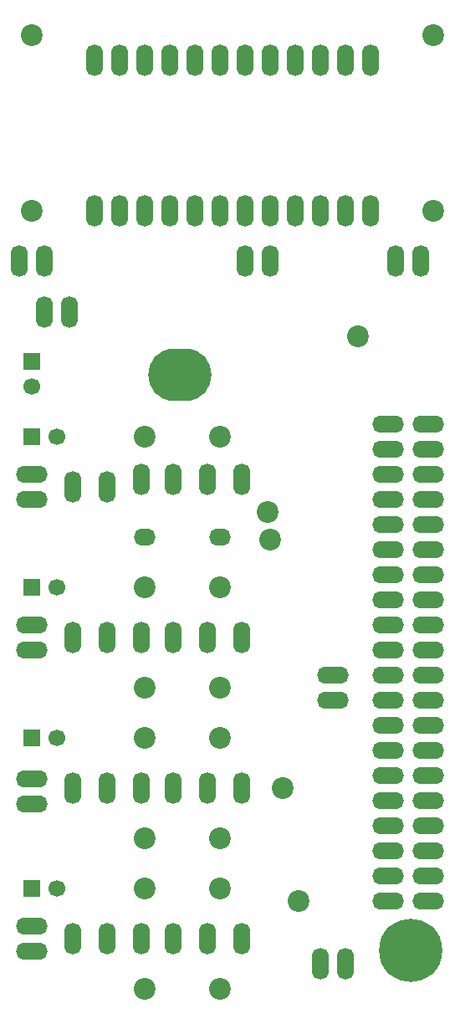
<source format=gbs>
G04*
G04 #@! TF.GenerationSoftware,Altium Limited,Altium Designer,18.1.9 (240)*
G04*
G04 Layer_Color=16711935*
%FSLAX25Y25*%
%MOIN*%
G70*
G01*
G75*
%ADD13O,0.06693X0.12598*%
%ADD14C,0.06693*%
%ADD15R,0.06693X0.06693*%
%ADD16R,0.06693X0.06693*%
%ADD17O,0.12598X0.06693*%
%ADD18C,0.08661*%
%ADD19O,0.08661X0.06693*%
%ADD20O,0.25197X0.20787*%
%ADD21C,0.25197*%
%ADD22O,0.12598X0.06693*%
D13*
X265000Y400000D02*
D03*
X275000D02*
D03*
X215000D02*
D03*
X205000D02*
D03*
X125000D02*
D03*
X115000D02*
D03*
X135000Y379724D02*
D03*
X125000D02*
D03*
X136221Y310000D02*
D03*
X150000D02*
D03*
X163779Y312953D02*
D03*
X176221D02*
D03*
X190000D02*
D03*
X203780D02*
D03*
X136221Y250000D02*
D03*
X150000D02*
D03*
X163779D02*
D03*
X136221Y190000D02*
D03*
X150000D02*
D03*
X163779D02*
D03*
X136221Y130000D02*
D03*
X150000D02*
D03*
X163779D02*
D03*
X176221Y250000D02*
D03*
X190000D02*
D03*
X203780D02*
D03*
X176221Y190000D02*
D03*
X190000D02*
D03*
X203780D02*
D03*
X176221Y130000D02*
D03*
X190000D02*
D03*
X203780D02*
D03*
X235000Y120000D02*
D03*
X245000D02*
D03*
X255000Y420000D02*
D03*
X245000D02*
D03*
X235000D02*
D03*
X225000D02*
D03*
X215000D02*
D03*
X205000D02*
D03*
X195000D02*
D03*
X185000D02*
D03*
X175000D02*
D03*
X165000D02*
D03*
X155000D02*
D03*
X145000D02*
D03*
Y480000D02*
D03*
X155000D02*
D03*
X165000D02*
D03*
X175000D02*
D03*
X185000D02*
D03*
X195000D02*
D03*
X205000D02*
D03*
X215000D02*
D03*
X225000D02*
D03*
X235000D02*
D03*
X245000D02*
D03*
X255000D02*
D03*
D14*
X120000Y350000D02*
D03*
X130000Y330000D02*
D03*
Y270000D02*
D03*
Y210000D02*
D03*
Y150000D02*
D03*
D15*
X120000Y360000D02*
D03*
D16*
Y330000D02*
D03*
Y270000D02*
D03*
Y210000D02*
D03*
Y150000D02*
D03*
D17*
Y305000D02*
D03*
Y315000D02*
D03*
Y245000D02*
D03*
Y255000D02*
D03*
Y183780D02*
D03*
Y193780D02*
D03*
Y125000D02*
D03*
Y135000D02*
D03*
X240000Y225000D02*
D03*
Y235000D02*
D03*
D18*
X165000Y330000D02*
D03*
X195000D02*
D03*
Y270000D02*
D03*
X165000D02*
D03*
Y230000D02*
D03*
X195000D02*
D03*
X165000Y210000D02*
D03*
X195000D02*
D03*
Y170000D02*
D03*
X165000D02*
D03*
X195000Y150000D02*
D03*
X165000D02*
D03*
Y110000D02*
D03*
X195000D02*
D03*
X280000Y420000D02*
D03*
Y490000D02*
D03*
X120000Y420000D02*
D03*
Y490000D02*
D03*
X226339Y145000D02*
D03*
X214000Y300000D02*
D03*
X215000Y289000D02*
D03*
X250000Y370000D02*
D03*
X220000Y190000D02*
D03*
D19*
X195000Y290000D02*
D03*
X165000D02*
D03*
D20*
X178898Y354567D02*
D03*
D21*
X270945Y125433D02*
D03*
D22*
X262047Y245000D02*
D03*
X277953Y335000D02*
D03*
X262047D02*
D03*
X277953Y325000D02*
D03*
X262047D02*
D03*
X277953Y315000D02*
D03*
X262047D02*
D03*
X277953Y305000D02*
D03*
X262047D02*
D03*
X277953Y295000D02*
D03*
X262047D02*
D03*
X277953Y285000D02*
D03*
X262047D02*
D03*
X277953Y275000D02*
D03*
X262047D02*
D03*
X277953Y265000D02*
D03*
X262047D02*
D03*
X277953Y255000D02*
D03*
X262047D02*
D03*
X277953Y245000D02*
D03*
Y235000D02*
D03*
X262047D02*
D03*
X277953Y225000D02*
D03*
X262047D02*
D03*
X277953Y215000D02*
D03*
X262047D02*
D03*
X277953Y205000D02*
D03*
X262047D02*
D03*
X277953Y195000D02*
D03*
X262047D02*
D03*
X277953Y185000D02*
D03*
X262047D02*
D03*
X277953Y175000D02*
D03*
X262047D02*
D03*
X277953Y165000D02*
D03*
X262047D02*
D03*
X277953Y155000D02*
D03*
X262047D02*
D03*
X277953Y145000D02*
D03*
X262047D02*
D03*
M02*

</source>
